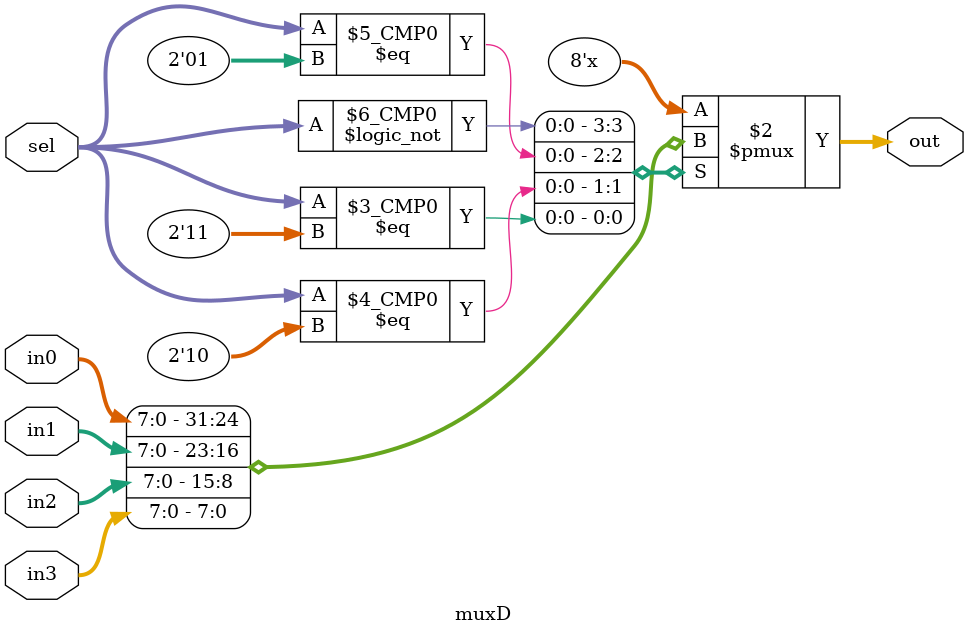
<source format=v>
`timescale 1ns / 1ps


module muxD(
    input [7:0] in0,
    input [7:0] in1,
    input [7:0] in2,
    input [7:0] in3,
    input [1:0] sel,
    output reg [7:0] out
    );
     always @ (in0 or in1 or in2 or sel) begin
      case (sel)
         2'b00 : out <= in0;
         2'b01 : out <= in1;
         2'b10 : out <= in2;
         2'b11 : out <= in3;

      endcase
   end

    
endmodule

</source>
